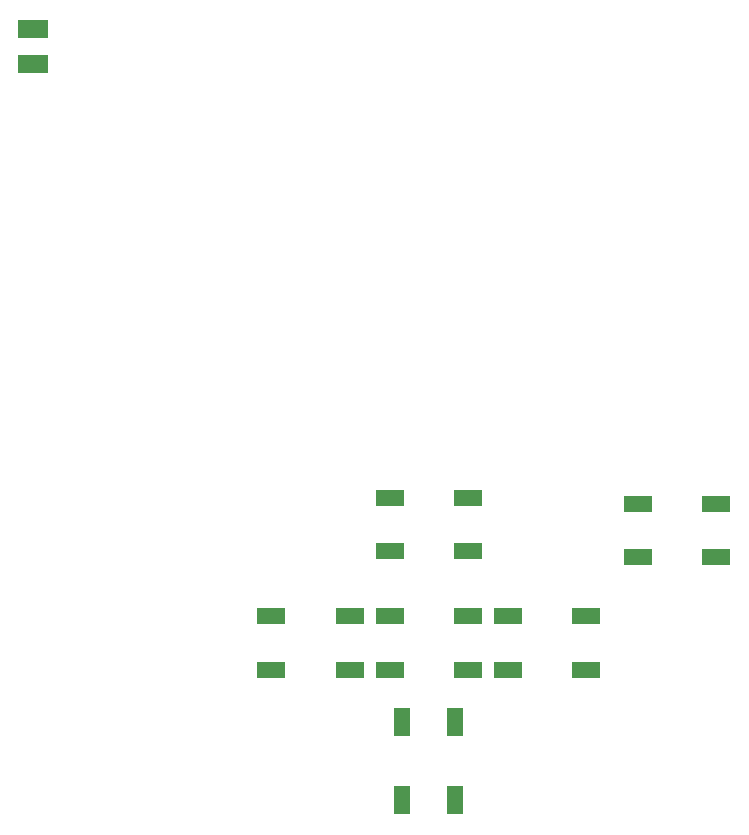
<source format=gbr>
G04 EAGLE Gerber RS-274X export*
G75*
%MOMM*%
%FSLAX34Y34*%
%LPD*%
%INSolderpaste Bottom*%
%IPPOS*%
%AMOC8*
5,1,8,0,0,1.08239X$1,22.5*%
G01*
%ADD10R,2.489200X1.397000*%
%ADD11R,1.397000X2.489200*%
%ADD12R,2.600000X1.500000*%


D10*
X341690Y322500D03*
X408310Y322500D03*
X408310Y277500D03*
X341690Y277500D03*
X408310Y377500D03*
X341690Y377500D03*
X341690Y422500D03*
X408310Y422500D03*
D11*
X397500Y233310D03*
X397500Y166690D03*
X352500Y166690D03*
X352500Y233310D03*
D10*
X441690Y322500D03*
X508310Y322500D03*
X508310Y277500D03*
X441690Y277500D03*
X241690Y322500D03*
X308310Y322500D03*
X308310Y277500D03*
X241690Y277500D03*
X618310Y372500D03*
X551690Y372500D03*
X551690Y417500D03*
X618310Y417500D03*
D12*
X40000Y820000D03*
X40000Y790000D03*
M02*

</source>
